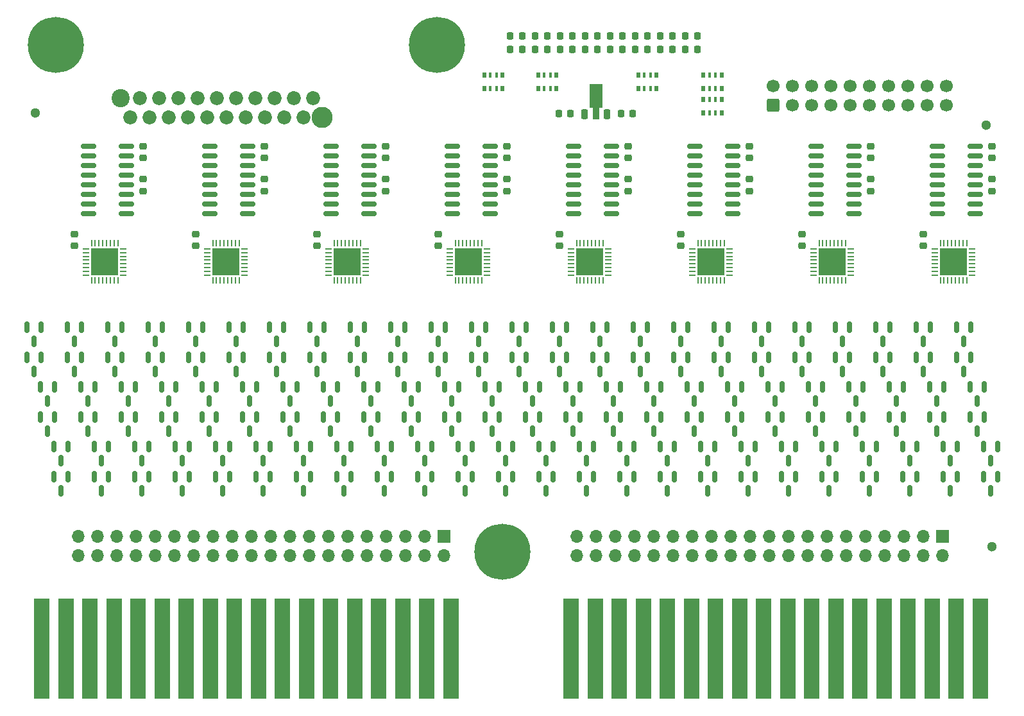
<source format=gts>
G04 #@! TF.GenerationSoftware,KiCad,Pcbnew,8.0.4-rc2*
G04 #@! TF.CreationDate,2024-08-04T20:31:53-05:00*
G04 #@! TF.ProjectId,backplane_tracer_v5,6261636b-706c-4616-9e65-5f7472616365,rev?*
G04 #@! TF.SameCoordinates,Original*
G04 #@! TF.FileFunction,Soldermask,Top*
G04 #@! TF.FilePolarity,Negative*
%FSLAX46Y46*%
G04 Gerber Fmt 4.6, Leading zero omitted, Abs format (unit mm)*
G04 Created by KiCad (PCBNEW 8.0.4-rc2) date 2024-08-04 20:31:53*
%MOMM*%
%LPD*%
G01*
G04 APERTURE LIST*
G04 Aperture macros list*
%AMRoundRect*
0 Rectangle with rounded corners*
0 $1 Rounding radius*
0 $2 $3 $4 $5 $6 $7 $8 $9 X,Y pos of 4 corners*
0 Add a 4 corners polygon primitive as box body*
4,1,4,$2,$3,$4,$5,$6,$7,$8,$9,$2,$3,0*
0 Add four circle primitives for the rounded corners*
1,1,$1+$1,$2,$3*
1,1,$1+$1,$4,$5*
1,1,$1+$1,$6,$7*
1,1,$1+$1,$8,$9*
0 Add four rect primitives between the rounded corners*
20,1,$1+$1,$2,$3,$4,$5,0*
20,1,$1+$1,$4,$5,$6,$7,0*
20,1,$1+$1,$6,$7,$8,$9,0*
20,1,$1+$1,$8,$9,$2,$3,0*%
%AMFreePoly0*
4,1,9,3.862500,-0.866500,0.737500,-0.866500,0.737500,-0.450000,-0.737500,-0.450000,-0.737500,0.450000,0.737500,0.450000,0.737500,0.866500,3.862500,0.866500,3.862500,-0.866500,3.862500,-0.866500,$1*%
G04 Aperture macros list end*
%ADD10RoundRect,0.150000X-0.150000X0.587500X-0.150000X-0.587500X0.150000X-0.587500X0.150000X0.587500X0*%
%ADD11RoundRect,0.225000X0.250000X-0.225000X0.250000X0.225000X-0.250000X0.225000X-0.250000X-0.225000X0*%
%ADD12RoundRect,0.150000X-0.850000X-0.150000X0.850000X-0.150000X0.850000X0.150000X-0.850000X0.150000X0*%
%ADD13C,0.800000*%
%ADD14C,7.400000*%
%ADD15C,1.300000*%
%ADD16RoundRect,0.225000X0.225000X0.250000X-0.225000X0.250000X-0.225000X-0.250000X0.225000X-0.250000X0*%
%ADD17RoundRect,0.218750X-0.218750X-0.256250X0.218750X-0.256250X0.218750X0.256250X-0.218750X0.256250X0*%
%ADD18R,0.500000X0.800000*%
%ADD19R,0.400000X0.800000*%
%ADD20RoundRect,0.062500X-0.337500X-0.062500X0.337500X-0.062500X0.337500X0.062500X-0.337500X0.062500X0*%
%ADD21RoundRect,0.062500X-0.062500X-0.337500X0.062500X-0.337500X0.062500X0.337500X-0.062500X0.337500X0*%
%ADD22R,3.600000X3.600000*%
%ADD23RoundRect,0.225000X-0.250000X0.225000X-0.250000X-0.225000X0.250000X-0.225000X0.250000X0.225000X0*%
%ADD24R,1.700000X1.700000*%
%ADD25O,1.700000X1.700000*%
%ADD26R,2.032000X13.208000*%
%ADD27RoundRect,0.225000X0.225000X-0.425000X0.225000X0.425000X-0.225000X0.425000X-0.225000X-0.425000X0*%
%ADD28FreePoly0,90.000000*%
%ADD29C,2.400000*%
%ADD30C,2.800000*%
%ADD31C,1.850000*%
%ADD32RoundRect,0.225000X-0.225000X-0.250000X0.225000X-0.250000X0.225000X0.250000X-0.225000X0.250000X0*%
%ADD33RoundRect,0.250000X0.600000X-0.600000X0.600000X0.600000X-0.600000X0.600000X-0.600000X-0.600000X0*%
%ADD34C,1.700000*%
G04 APERTURE END LIST*
D10*
X127315000Y-178538900D03*
X125415000Y-178538900D03*
X126365000Y-180413900D03*
X120203000Y-194286900D03*
X118303000Y-194286900D03*
X119253000Y-196161900D03*
X201991000Y-182475900D03*
X200091000Y-182475900D03*
X201041000Y-184350900D03*
D11*
X194081400Y-160541000D03*
X194081400Y-158991000D03*
D12*
X154929200Y-154686000D03*
X154929200Y-155956000D03*
X154929200Y-157226000D03*
X154929200Y-158496000D03*
X154929200Y-159766000D03*
X154929200Y-161036000D03*
X154929200Y-162306000D03*
X154929200Y-163576000D03*
X159929200Y-163576000D03*
X159929200Y-162306000D03*
X159929200Y-161036000D03*
X159929200Y-159766000D03*
X159929200Y-158496000D03*
X159929200Y-157226000D03*
X159929200Y-155956000D03*
X159929200Y-154686000D03*
D13*
X150082200Y-141249400D03*
X150894979Y-139287179D03*
X150894979Y-143211621D03*
X152857200Y-138474400D03*
D14*
X152857200Y-141249400D03*
D13*
X152857200Y-144024400D03*
X154819421Y-139287179D03*
X154819421Y-143211621D03*
X155632200Y-141249400D03*
D10*
X194879000Y-194286900D03*
X192979000Y-194286900D03*
X193929000Y-196161900D03*
X139761000Y-186412900D03*
X137861000Y-186412900D03*
X138811000Y-188287900D03*
X107757000Y-186412900D03*
X105857000Y-186412900D03*
X106807000Y-188287900D03*
X113091000Y-186412900D03*
X111191000Y-186412900D03*
X112141000Y-188287900D03*
D15*
X226110800Y-207492600D03*
D10*
X145095000Y-190349900D03*
X143195000Y-190349900D03*
X144145000Y-192224900D03*
X164653000Y-182475900D03*
X162753000Y-182475900D03*
X163703000Y-184350900D03*
D16*
X170511000Y-150312400D03*
X168961000Y-150312400D03*
D10*
X155763000Y-190349900D03*
X153863000Y-190349900D03*
X154813000Y-192224900D03*
X185989000Y-178538900D03*
X184089000Y-178538900D03*
X185039000Y-180413900D03*
D17*
X182346400Y-141859000D03*
X183921400Y-141859000D03*
D11*
X178079400Y-160541000D03*
X178079400Y-158991000D03*
D17*
X179044400Y-141859000D03*
X180619400Y-141859000D03*
D18*
X179470100Y-147051600D03*
D19*
X180270100Y-147051600D03*
X181070100Y-147051600D03*
D18*
X181870100Y-147051600D03*
X181870100Y-145251600D03*
D19*
X181070100Y-145251600D03*
X180270100Y-145251600D03*
D18*
X179470100Y-145251600D03*
D20*
X154598200Y-168176000D03*
X154598200Y-168676000D03*
X154598200Y-169176000D03*
X154598200Y-169676000D03*
X154598200Y-170176000D03*
X154598200Y-170676000D03*
X154598200Y-171176000D03*
X154598200Y-171676000D03*
D21*
X155298200Y-172376000D03*
X155798200Y-172376000D03*
X156298200Y-172376000D03*
X156798200Y-172376000D03*
X157298200Y-172376000D03*
X157798200Y-172376000D03*
X158298200Y-172376000D03*
X158798200Y-172376000D03*
D20*
X159498200Y-171676000D03*
X159498200Y-171176000D03*
X159498200Y-170676000D03*
X159498200Y-170176000D03*
X159498200Y-169676000D03*
X159498200Y-169176000D03*
X159498200Y-168676000D03*
X159498200Y-168176000D03*
D21*
X158798200Y-167476000D03*
X158298200Y-167476000D03*
X157798200Y-167476000D03*
X157298200Y-167476000D03*
X156798200Y-167476000D03*
X156298200Y-167476000D03*
X155798200Y-167476000D03*
X155298200Y-167476000D03*
D22*
X157048200Y-169926000D03*
D17*
X172440400Y-140081000D03*
X174015400Y-140081000D03*
D20*
X106592200Y-168176000D03*
X106592200Y-168676000D03*
X106592200Y-169176000D03*
X106592200Y-169676000D03*
X106592200Y-170176000D03*
X106592200Y-170676000D03*
X106592200Y-171176000D03*
X106592200Y-171676000D03*
D21*
X107292200Y-172376000D03*
X107792200Y-172376000D03*
X108292200Y-172376000D03*
X108792200Y-172376000D03*
X109292200Y-172376000D03*
X109792200Y-172376000D03*
X110292200Y-172376000D03*
X110792200Y-172376000D03*
D20*
X111492200Y-171676000D03*
X111492200Y-171176000D03*
X111492200Y-170676000D03*
X111492200Y-170176000D03*
X111492200Y-169676000D03*
X111492200Y-169176000D03*
X111492200Y-168676000D03*
X111492200Y-168176000D03*
D21*
X110792200Y-167476000D03*
X110292200Y-167476000D03*
X109792200Y-167476000D03*
X109292200Y-167476000D03*
X108792200Y-167476000D03*
X108292200Y-167476000D03*
X107792200Y-167476000D03*
X107292200Y-167476000D03*
D22*
X109042200Y-169926000D03*
D23*
X146075400Y-154647600D03*
X146075400Y-156197600D03*
D10*
X209103000Y-186412900D03*
X207203000Y-186412900D03*
X208153000Y-188287900D03*
X102423000Y-190349900D03*
X100523000Y-190349900D03*
X101473000Y-192224900D03*
X221549000Y-194286900D03*
X219649000Y-194286900D03*
X220599000Y-196161900D03*
X193101000Y-190349900D03*
X191201000Y-190349900D03*
X192151000Y-192224900D03*
X123759000Y-186412900D03*
X121859000Y-186412900D03*
X122809000Y-188287900D03*
X114869000Y-194286900D03*
X112969000Y-194286900D03*
X113919000Y-196161900D03*
X161097000Y-190349900D03*
X159197000Y-190349900D03*
X160147000Y-192224900D03*
X137983000Y-178538900D03*
X136083000Y-178538900D03*
X137033000Y-180413900D03*
X127315000Y-182475900D03*
X125415000Y-182475900D03*
X126365000Y-184350900D03*
X191323000Y-182475900D03*
X189423000Y-182475900D03*
X190373000Y-184350900D03*
X173543000Y-198223900D03*
X171643000Y-198223900D03*
X172593000Y-200098900D03*
D17*
X169138400Y-141859000D03*
X170713400Y-141859000D03*
D10*
X180655000Y-182475900D03*
X178755000Y-182475900D03*
X179705000Y-184350900D03*
D23*
X162077400Y-154647600D03*
X162077400Y-156197600D03*
D12*
X202935200Y-154686000D03*
X202935200Y-155956000D03*
X202935200Y-157226000D03*
X202935200Y-158496000D03*
X202935200Y-159766000D03*
X202935200Y-161036000D03*
X202935200Y-162306000D03*
X202935200Y-163576000D03*
X207935200Y-163576000D03*
X207935200Y-162306000D03*
X207935200Y-161036000D03*
X207935200Y-159766000D03*
X207935200Y-158496000D03*
X207935200Y-157226000D03*
X207935200Y-155956000D03*
X207935200Y-154686000D03*
D17*
X169138400Y-140081000D03*
X170713400Y-140081000D03*
D10*
X148651000Y-178538900D03*
X146751000Y-178538900D03*
X147701000Y-180413900D03*
X134427000Y-190349900D03*
X132527000Y-190349900D03*
X133477000Y-192224900D03*
X178877000Y-198223900D03*
X176977000Y-198223900D03*
X177927000Y-200098900D03*
X150429000Y-186412900D03*
X148529000Y-186412900D03*
X149479000Y-188287900D03*
X178877000Y-194286900D03*
X176977000Y-194286900D03*
X177927000Y-196161900D03*
D17*
X182346400Y-140081000D03*
X183921400Y-140081000D03*
D10*
X109535000Y-194286900D03*
X107635000Y-194286900D03*
X108585000Y-196161900D03*
D11*
X217093800Y-167805400D03*
X217093800Y-166255400D03*
D24*
X153797000Y-206146400D03*
D25*
X153797000Y-208686400D03*
X151257000Y-206146400D03*
X151257000Y-208686400D03*
X148717000Y-206146400D03*
X148717000Y-208686400D03*
X146177000Y-206146400D03*
X146177000Y-208686400D03*
X143637000Y-206146400D03*
X143637000Y-208686400D03*
X141097000Y-206146400D03*
X141097000Y-208686400D03*
X138557000Y-206146400D03*
X138557000Y-208686400D03*
X136017000Y-206146400D03*
X136017000Y-208686400D03*
X133477000Y-206146400D03*
X133477000Y-208686400D03*
X130937000Y-206146400D03*
X130937000Y-208686400D03*
X128397000Y-206146400D03*
X128397000Y-208686400D03*
X125857000Y-206146400D03*
X125857000Y-208686400D03*
X123317000Y-206146400D03*
X123317000Y-208686400D03*
X120777000Y-206146400D03*
X120777000Y-208686400D03*
X118237000Y-206146400D03*
X118237000Y-208686400D03*
X115697000Y-206146400D03*
X115697000Y-208686400D03*
X113157000Y-206146400D03*
X113157000Y-208686400D03*
X110617000Y-206146400D03*
X110617000Y-208686400D03*
X108077000Y-206146400D03*
X108077000Y-208686400D03*
X105537000Y-206146400D03*
X105537000Y-208686400D03*
D10*
X102423000Y-186412900D03*
X100523000Y-186412900D03*
X101473000Y-188287900D03*
X155763000Y-186412900D03*
X153863000Y-186412900D03*
X154813000Y-188287900D03*
X157541000Y-198223900D03*
X155641000Y-198223900D03*
X156591000Y-200098900D03*
X198435000Y-186412900D03*
X196535000Y-186412900D03*
X197485000Y-188287900D03*
D11*
X162077400Y-160541000D03*
X162077400Y-158991000D03*
D10*
X177099000Y-186412900D03*
X175199000Y-186412900D03*
X176149000Y-188287900D03*
D26*
X224586800Y-220980000D03*
X221411800Y-220980000D03*
X218236800Y-220980000D03*
X215061800Y-220980000D03*
X211886800Y-220980000D03*
X208711800Y-220980000D03*
X205536800Y-220980000D03*
X202361800Y-220980000D03*
X199186800Y-220980000D03*
X196011800Y-220980000D03*
X192836800Y-220980000D03*
X189661800Y-220980000D03*
X186486800Y-220980000D03*
X183311800Y-220980000D03*
X180136800Y-220980000D03*
X176961800Y-220980000D03*
X173786800Y-220980000D03*
X170611800Y-220980000D03*
X154736800Y-220980000D03*
X151561800Y-220980000D03*
X148386800Y-220980000D03*
X145211800Y-220980000D03*
X142036800Y-220980000D03*
X138861800Y-220980000D03*
X135686800Y-220980000D03*
X132511800Y-220980000D03*
X129336800Y-220980000D03*
X126161800Y-220980000D03*
X122986800Y-220980000D03*
X119811800Y-220980000D03*
X116636800Y-220980000D03*
X113461800Y-220980000D03*
X110286800Y-220980000D03*
X107111800Y-220980000D03*
X103936800Y-220980000D03*
X100761800Y-220980000D03*
D10*
X212659000Y-182475900D03*
X210759000Y-182475900D03*
X211709000Y-184350900D03*
X226883000Y-194286900D03*
X224983000Y-194286900D03*
X225933000Y-196161900D03*
X205547000Y-198223900D03*
X203647000Y-198223900D03*
X204597000Y-200098900D03*
D17*
X185648400Y-140081000D03*
X187223400Y-140081000D03*
D10*
X123759000Y-190349900D03*
X121859000Y-190349900D03*
X122809000Y-192224900D03*
D11*
X121081800Y-167805400D03*
X121081800Y-166255400D03*
D10*
X120203000Y-198223900D03*
X118303000Y-198223900D03*
X119253000Y-200098900D03*
X104201000Y-194286900D03*
X102301000Y-194286900D03*
X103251000Y-196161900D03*
X185989000Y-182475900D03*
X184089000Y-182475900D03*
X185039000Y-184350900D03*
X169987000Y-182475900D03*
X168087000Y-182475900D03*
X169037000Y-184350900D03*
X196657000Y-182475900D03*
X194757000Y-182475900D03*
X195707000Y-184350900D03*
X173543000Y-194286900D03*
X171643000Y-194286900D03*
X172593000Y-196161900D03*
X152207000Y-198223900D03*
X150307000Y-198223900D03*
X151257000Y-200098900D03*
X193101000Y-186412900D03*
X191201000Y-186412900D03*
X192151000Y-188287900D03*
D23*
X226085400Y-154647600D03*
X226085400Y-156197600D03*
X210083400Y-154647600D03*
X210083400Y-156197600D03*
D10*
X223327000Y-178538900D03*
X221427000Y-178538900D03*
X222377000Y-180413900D03*
D11*
X146075400Y-160541000D03*
X146075400Y-158991000D03*
D10*
X125537000Y-198223900D03*
X123637000Y-198223900D03*
X124587000Y-200098900D03*
D17*
X162534400Y-141859000D03*
X164109400Y-141859000D03*
D18*
X166262100Y-147051600D03*
D19*
X167062100Y-147051600D03*
X167862100Y-147051600D03*
D18*
X168662100Y-147051600D03*
X168662100Y-145251600D03*
D19*
X167862100Y-145251600D03*
X167062100Y-145251600D03*
D18*
X166262100Y-145251600D03*
D17*
X162534400Y-140081000D03*
X164109400Y-140081000D03*
D10*
X216215000Y-198223900D03*
X214315000Y-198223900D03*
X215265000Y-200098900D03*
X100645000Y-178538900D03*
X98745000Y-178538900D03*
X99695000Y-180413900D03*
X153985000Y-182475900D03*
X152085000Y-182475900D03*
X153035000Y-184350900D03*
X113091000Y-190349900D03*
X111191000Y-190349900D03*
X112141000Y-192224900D03*
X168209000Y-194286900D03*
X166309000Y-194286900D03*
X167259000Y-196161900D03*
X132649000Y-182475900D03*
X130749000Y-182475900D03*
X131699000Y-184350900D03*
D17*
X175742400Y-141859000D03*
X177317400Y-141859000D03*
D10*
X111313000Y-182475900D03*
X109413000Y-182475900D03*
X110363000Y-184350900D03*
X225105000Y-186412900D03*
X223205000Y-186412900D03*
X224155000Y-188287900D03*
X217993000Y-182475900D03*
X216093000Y-182475900D03*
X217043000Y-184350900D03*
D18*
X159124700Y-147051600D03*
D19*
X159924700Y-147051600D03*
X160724700Y-147051600D03*
D18*
X161524700Y-147051600D03*
X161524700Y-145251600D03*
D19*
X160724700Y-145251600D03*
X159924700Y-145251600D03*
D18*
X159124700Y-145251600D03*
D11*
X201091800Y-167805400D03*
X201091800Y-166255400D03*
D10*
X187767000Y-190349900D03*
X185867000Y-190349900D03*
X186817000Y-192224900D03*
X191323000Y-178538900D03*
X189423000Y-178538900D03*
X190373000Y-180413900D03*
D17*
X179044400Y-140081000D03*
X180619400Y-140081000D03*
D27*
X172362900Y-150438400D03*
D28*
X173862900Y-150350900D03*
D27*
X175362900Y-150438400D03*
D10*
X146873000Y-198223900D03*
X144973000Y-198223900D03*
X145923000Y-200098900D03*
X111313000Y-178538900D03*
X109413000Y-178538900D03*
X110363000Y-180413900D03*
X219771000Y-186412900D03*
X217871000Y-186412900D03*
X218821000Y-188287900D03*
X105979000Y-182475900D03*
X104079000Y-182475900D03*
X105029000Y-184350900D03*
X100645000Y-182475900D03*
X98745000Y-182475900D03*
X99695000Y-184350900D03*
X214437000Y-190349900D03*
X212537000Y-190349900D03*
X213487000Y-192224900D03*
X130871000Y-198223900D03*
X128971000Y-198223900D03*
X129921000Y-200098900D03*
X184211000Y-194286900D03*
X182311000Y-194286900D03*
X183261000Y-196161900D03*
X139761000Y-190349900D03*
X137861000Y-190349900D03*
X138811000Y-192224900D03*
X187767000Y-186412900D03*
X185867000Y-186412900D03*
X186817000Y-188287900D03*
X130871000Y-194286900D03*
X128971000Y-194286900D03*
X129921000Y-196161900D03*
X201991000Y-178538900D03*
X200091000Y-178538900D03*
X201041000Y-180413900D03*
X210881000Y-198223900D03*
X208981000Y-198223900D03*
X209931000Y-200098900D03*
X177099000Y-190349900D03*
X175199000Y-190349900D03*
X176149000Y-192224900D03*
X171765000Y-190349900D03*
X169865000Y-190349900D03*
X170815000Y-192224900D03*
X182433000Y-186412900D03*
X180533000Y-186412900D03*
X181483000Y-188287900D03*
D15*
X99847400Y-150266400D03*
D13*
X158743600Y-208153000D03*
X159556379Y-206190779D03*
X159556379Y-210115221D03*
X161518600Y-205378000D03*
D14*
X161518600Y-208153000D03*
D13*
X161518600Y-210928000D03*
X163480821Y-206190779D03*
X163480821Y-210115221D03*
X164293600Y-208153000D03*
D11*
X210083400Y-160541000D03*
X210083400Y-158991000D03*
D10*
X134427000Y-186412900D03*
X132527000Y-186412900D03*
X133477000Y-188287900D03*
D12*
X186933200Y-154686000D03*
X186933200Y-155956000D03*
X186933200Y-157226000D03*
X186933200Y-158496000D03*
X186933200Y-159766000D03*
X186933200Y-161036000D03*
X186933200Y-162306000D03*
X186933200Y-163576000D03*
X191933200Y-163576000D03*
X191933200Y-162306000D03*
X191933200Y-161036000D03*
X191933200Y-159766000D03*
X191933200Y-158496000D03*
X191933200Y-157226000D03*
X191933200Y-155956000D03*
X191933200Y-154686000D03*
X170931200Y-154686000D03*
X170931200Y-155956000D03*
X170931200Y-157226000D03*
X170931200Y-158496000D03*
X170931200Y-159766000D03*
X170931200Y-161036000D03*
X170931200Y-162306000D03*
X170931200Y-163576000D03*
X175931200Y-163576000D03*
X175931200Y-162306000D03*
X175931200Y-161036000D03*
X175931200Y-159766000D03*
X175931200Y-158496000D03*
X175931200Y-157226000D03*
X175931200Y-155956000D03*
X175931200Y-154686000D03*
D11*
X114071400Y-160541000D03*
X114071400Y-158991000D03*
D20*
X138596200Y-168176000D03*
X138596200Y-168676000D03*
X138596200Y-169176000D03*
X138596200Y-169676000D03*
X138596200Y-170176000D03*
X138596200Y-170676000D03*
X138596200Y-171176000D03*
X138596200Y-171676000D03*
D21*
X139296200Y-172376000D03*
X139796200Y-172376000D03*
X140296200Y-172376000D03*
X140796200Y-172376000D03*
X141296200Y-172376000D03*
X141796200Y-172376000D03*
X142296200Y-172376000D03*
X142796200Y-172376000D03*
D20*
X143496200Y-171676000D03*
X143496200Y-171176000D03*
X143496200Y-170676000D03*
X143496200Y-170176000D03*
X143496200Y-169676000D03*
X143496200Y-169176000D03*
X143496200Y-168676000D03*
X143496200Y-168176000D03*
D21*
X142796200Y-167476000D03*
X142296200Y-167476000D03*
X141796200Y-167476000D03*
X141296200Y-167476000D03*
X140796200Y-167476000D03*
X140296200Y-167476000D03*
X139796200Y-167476000D03*
X139296200Y-167476000D03*
D22*
X141046200Y-169926000D03*
D10*
X182433000Y-190349900D03*
X180533000Y-190349900D03*
X181483000Y-192224900D03*
D13*
X99790200Y-141249400D03*
X100602979Y-139287179D03*
X100602979Y-143211621D03*
X102565200Y-138474400D03*
D14*
X102565200Y-141249400D03*
D13*
X102565200Y-144024400D03*
X104527421Y-139287179D03*
X104527421Y-143211621D03*
X105340200Y-141249400D03*
D10*
X207325000Y-178538900D03*
X205425000Y-178538900D03*
X206375000Y-180413900D03*
D23*
X130073400Y-154647600D03*
X130073400Y-156197600D03*
D10*
X116647000Y-182475900D03*
X114747000Y-182475900D03*
X115697000Y-184350900D03*
X207325000Y-182475900D03*
X205425000Y-182475900D03*
X206375000Y-184350900D03*
X223327000Y-182475900D03*
X221427000Y-182475900D03*
X222377000Y-184350900D03*
X157541000Y-194286900D03*
X155641000Y-194286900D03*
X156591000Y-196161900D03*
X219771000Y-190349900D03*
X217871000Y-190349900D03*
X218821000Y-192224900D03*
D12*
X138927200Y-154686000D03*
X138927200Y-155956000D03*
X138927200Y-157226000D03*
X138927200Y-158496000D03*
X138927200Y-159766000D03*
X138927200Y-161036000D03*
X138927200Y-162306000D03*
X138927200Y-163576000D03*
X143927200Y-163576000D03*
X143927200Y-162306000D03*
X143927200Y-161036000D03*
X143927200Y-159766000D03*
X143927200Y-158496000D03*
X143927200Y-157226000D03*
X143927200Y-155956000D03*
X143927200Y-154686000D03*
D10*
X200213000Y-194286900D03*
X198313000Y-194286900D03*
X199263000Y-196161900D03*
X143317000Y-178538900D03*
X141417000Y-178538900D03*
X142367000Y-180413900D03*
X226883000Y-198223900D03*
X224983000Y-198223900D03*
X225933000Y-200098900D03*
X194879000Y-198223900D03*
X192979000Y-198223900D03*
X193929000Y-200098900D03*
D24*
X219583000Y-206146400D03*
D25*
X219583000Y-208686400D03*
X217043000Y-206146400D03*
X217043000Y-208686400D03*
X214503000Y-206146400D03*
X214503000Y-208686400D03*
X211963000Y-206146400D03*
X211963000Y-208686400D03*
X209423000Y-206146400D03*
X209423000Y-208686400D03*
X206883000Y-206146400D03*
X206883000Y-208686400D03*
X204343000Y-206146400D03*
X204343000Y-208686400D03*
X201803000Y-206146400D03*
X201803000Y-208686400D03*
X199263000Y-206146400D03*
X199263000Y-208686400D03*
X196723000Y-206146400D03*
X196723000Y-208686400D03*
X194183000Y-206146400D03*
X194183000Y-208686400D03*
X191643000Y-206146400D03*
X191643000Y-208686400D03*
X189103000Y-206146400D03*
X189103000Y-208686400D03*
X186563000Y-206146400D03*
X186563000Y-208686400D03*
X184023000Y-206146400D03*
X184023000Y-208686400D03*
X181483000Y-206146400D03*
X181483000Y-208686400D03*
X178943000Y-206146400D03*
X178943000Y-208686400D03*
X176403000Y-206146400D03*
X176403000Y-208686400D03*
X173863000Y-206146400D03*
X173863000Y-208686400D03*
X171323000Y-206146400D03*
X171323000Y-208686400D03*
D10*
X145095000Y-186412900D03*
X143195000Y-186412900D03*
X144145000Y-188287900D03*
X148651000Y-182475900D03*
X146751000Y-182475900D03*
X147701000Y-184350900D03*
X171765000Y-186412900D03*
X169865000Y-186412900D03*
X170815000Y-188287900D03*
X118425000Y-186412900D03*
X116525000Y-186412900D03*
X117475000Y-188287900D03*
D18*
X190455400Y-148452000D03*
D19*
X189655400Y-148452000D03*
X188855400Y-148452000D03*
D18*
X188055400Y-148452000D03*
X188055400Y-150252000D03*
D19*
X188855400Y-150252000D03*
X189655400Y-150252000D03*
D18*
X190455400Y-150252000D03*
D10*
X105979000Y-178538900D03*
X104079000Y-178538900D03*
X105029000Y-180413900D03*
D17*
X185648400Y-141859000D03*
X187223400Y-141859000D03*
D10*
X214437000Y-186412900D03*
X212537000Y-186412900D03*
X213487000Y-188287900D03*
X109535000Y-198223900D03*
X107635000Y-198223900D03*
X108585000Y-200098900D03*
D11*
X105079800Y-167805400D03*
X105079800Y-166255400D03*
X169087800Y-167805400D03*
X169087800Y-166255400D03*
D20*
X218606200Y-168176000D03*
X218606200Y-168676000D03*
X218606200Y-169176000D03*
X218606200Y-169676000D03*
X218606200Y-170176000D03*
X218606200Y-170676000D03*
X218606200Y-171176000D03*
X218606200Y-171676000D03*
D21*
X219306200Y-172376000D03*
X219806200Y-172376000D03*
X220306200Y-172376000D03*
X220806200Y-172376000D03*
X221306200Y-172376000D03*
X221806200Y-172376000D03*
X222306200Y-172376000D03*
X222806200Y-172376000D03*
D20*
X223506200Y-171676000D03*
X223506200Y-171176000D03*
X223506200Y-170676000D03*
X223506200Y-170176000D03*
X223506200Y-169676000D03*
X223506200Y-169176000D03*
X223506200Y-168676000D03*
X223506200Y-168176000D03*
D21*
X222806200Y-167476000D03*
X222306200Y-167476000D03*
X221806200Y-167476000D03*
X221306200Y-167476000D03*
X220806200Y-167476000D03*
X220306200Y-167476000D03*
X219806200Y-167476000D03*
X219306200Y-167476000D03*
D22*
X221056200Y-169926000D03*
D10*
X162875000Y-194286900D03*
X160975000Y-194286900D03*
X161925000Y-196161900D03*
D12*
X218937200Y-154686000D03*
X218937200Y-155956000D03*
X218937200Y-157226000D03*
X218937200Y-158496000D03*
X218937200Y-159766000D03*
X218937200Y-161036000D03*
X218937200Y-162306000D03*
X218937200Y-163576000D03*
X223937200Y-163576000D03*
X223937200Y-162306000D03*
X223937200Y-161036000D03*
X223937200Y-159766000D03*
X223937200Y-158496000D03*
X223937200Y-157226000D03*
X223937200Y-155956000D03*
X223937200Y-154686000D03*
D10*
X141539000Y-198223900D03*
X139639000Y-198223900D03*
X140589000Y-200098900D03*
X212659000Y-178538900D03*
X210759000Y-178538900D03*
X211709000Y-180413900D03*
D17*
X165836400Y-140081000D03*
X167411400Y-140081000D03*
D10*
X210881000Y-194286900D03*
X208981000Y-194286900D03*
X209931000Y-196161900D03*
X136205000Y-194286900D03*
X134305000Y-194286900D03*
X135255000Y-196161900D03*
D17*
X175742400Y-140081000D03*
X177317400Y-140081000D03*
D11*
X226085400Y-160541000D03*
X226085400Y-158991000D03*
D10*
X189545000Y-198223900D03*
X187645000Y-198223900D03*
X188595000Y-200098900D03*
X203769000Y-186412900D03*
X201869000Y-186412900D03*
X202819000Y-188287900D03*
D29*
X111165000Y-148336000D03*
D30*
X137755000Y-150876000D03*
D31*
X136525000Y-148336000D03*
X135255000Y-150876000D03*
X133985000Y-148336000D03*
X132715000Y-150876000D03*
X131445000Y-148336000D03*
X130175000Y-150876000D03*
X128905000Y-148336000D03*
X127635000Y-150876000D03*
X126365000Y-148336000D03*
X125095000Y-150876000D03*
X123825000Y-148336000D03*
X122555000Y-150876000D03*
X121285000Y-148336000D03*
X120015000Y-150876000D03*
X118745000Y-148336000D03*
X117475000Y-150876000D03*
X116205000Y-148336000D03*
X114935000Y-150876000D03*
X113665000Y-148336000D03*
X112395000Y-150876000D03*
D32*
X177190600Y-150312400D03*
X178740600Y-150312400D03*
D10*
X141539000Y-194286900D03*
X139639000Y-194286900D03*
X140589000Y-196161900D03*
X166431000Y-190349900D03*
X164531000Y-190349900D03*
X165481000Y-192224900D03*
D23*
X178079400Y-154647600D03*
X178079400Y-156197600D03*
D10*
X152207000Y-194286900D03*
X150307000Y-194286900D03*
X151257000Y-196161900D03*
X221549000Y-198223900D03*
X219649000Y-198223900D03*
X220599000Y-200098900D03*
X107757000Y-190349900D03*
X105857000Y-190349900D03*
X106807000Y-192224900D03*
X200213000Y-198223900D03*
X198313000Y-198223900D03*
X199263000Y-200098900D03*
X136205000Y-198223900D03*
X134305000Y-198223900D03*
X135255000Y-200098900D03*
D20*
X170600200Y-168176000D03*
X170600200Y-168676000D03*
X170600200Y-169176000D03*
X170600200Y-169676000D03*
X170600200Y-170176000D03*
X170600200Y-170676000D03*
X170600200Y-171176000D03*
X170600200Y-171676000D03*
D21*
X171300200Y-172376000D03*
X171800200Y-172376000D03*
X172300200Y-172376000D03*
X172800200Y-172376000D03*
X173300200Y-172376000D03*
X173800200Y-172376000D03*
X174300200Y-172376000D03*
X174800200Y-172376000D03*
D20*
X175500200Y-171676000D03*
X175500200Y-171176000D03*
X175500200Y-170676000D03*
X175500200Y-170176000D03*
X175500200Y-169676000D03*
X175500200Y-169176000D03*
X175500200Y-168676000D03*
X175500200Y-168176000D03*
D21*
X174800200Y-167476000D03*
X174300200Y-167476000D03*
X173800200Y-167476000D03*
X173300200Y-167476000D03*
X172800200Y-167476000D03*
X172300200Y-167476000D03*
X171800200Y-167476000D03*
X171300200Y-167476000D03*
D22*
X173050200Y-169926000D03*
D10*
X175321000Y-178538900D03*
X173421000Y-178538900D03*
X174371000Y-180413900D03*
X121981000Y-182475900D03*
X120081000Y-182475900D03*
X121031000Y-184350900D03*
X198435000Y-190349900D03*
X196535000Y-190349900D03*
X197485000Y-192224900D03*
X164653000Y-178538900D03*
X162753000Y-178538900D03*
X163703000Y-180413900D03*
D11*
X153085800Y-167805400D03*
X153085800Y-166255400D03*
D12*
X122925200Y-154686000D03*
X122925200Y-155956000D03*
X122925200Y-157226000D03*
X122925200Y-158496000D03*
X122925200Y-159766000D03*
X122925200Y-161036000D03*
X122925200Y-162306000D03*
X122925200Y-163576000D03*
X127925200Y-163576000D03*
X127925200Y-162306000D03*
X127925200Y-161036000D03*
X127925200Y-159766000D03*
X127925200Y-158496000D03*
X127925200Y-157226000D03*
X127925200Y-155956000D03*
X127925200Y-154686000D03*
D10*
X180655000Y-178538900D03*
X178755000Y-178538900D03*
X179705000Y-180413900D03*
X189545000Y-194286900D03*
X187645000Y-194286900D03*
X188595000Y-196161900D03*
X168209000Y-198223900D03*
X166309000Y-198223900D03*
X167259000Y-200098900D03*
X162875000Y-198223900D03*
X160975000Y-198223900D03*
X161925000Y-200098900D03*
X104201000Y-198223900D03*
X102301000Y-198223900D03*
X103251000Y-200098900D03*
D11*
X185089800Y-167805400D03*
X185089800Y-166255400D03*
D10*
X132649000Y-178538900D03*
X130749000Y-178538900D03*
X131699000Y-180413900D03*
X203769000Y-190349900D03*
X201869000Y-190349900D03*
X202819000Y-192224900D03*
D33*
X197231000Y-149258300D03*
D34*
X197231000Y-146718300D03*
X199771000Y-149258300D03*
X199771000Y-146718300D03*
X202311000Y-149258300D03*
X202311000Y-146718300D03*
X204851000Y-149258300D03*
X204851000Y-146718300D03*
X207391000Y-149258300D03*
X207391000Y-146718300D03*
X209931000Y-149258300D03*
X209931000Y-146718300D03*
X212471000Y-149258300D03*
X212471000Y-146718300D03*
X215011000Y-149258300D03*
X215011000Y-146718300D03*
X217551000Y-149258300D03*
X217551000Y-146718300D03*
X220091000Y-149258300D03*
X220091000Y-146718300D03*
D10*
X216215000Y-194286900D03*
X214315000Y-194286900D03*
X215265000Y-196161900D03*
D15*
X225399600Y-151841200D03*
D10*
X129093000Y-190349900D03*
X127193000Y-190349900D03*
X128143000Y-192224900D03*
D11*
X137083800Y-167805400D03*
X137083800Y-166255400D03*
D10*
X166431000Y-186412900D03*
X164531000Y-186412900D03*
X165481000Y-188287900D03*
D18*
X188055300Y-147051600D03*
D19*
X188855300Y-147051600D03*
X189655300Y-147051600D03*
D18*
X190455300Y-147051600D03*
X190455300Y-145251600D03*
D19*
X189655300Y-145251600D03*
X188855300Y-145251600D03*
D18*
X188055300Y-145251600D03*
D10*
X146873000Y-194286900D03*
X144973000Y-194286900D03*
X145923000Y-196161900D03*
X217993000Y-178538900D03*
X216093000Y-178538900D03*
X217043000Y-180413900D03*
D20*
X186602200Y-168176000D03*
X186602200Y-168676000D03*
X186602200Y-169176000D03*
X186602200Y-169676000D03*
X186602200Y-170176000D03*
X186602200Y-170676000D03*
X186602200Y-171176000D03*
X186602200Y-171676000D03*
D21*
X187302200Y-172376000D03*
X187802200Y-172376000D03*
X188302200Y-172376000D03*
X188802200Y-172376000D03*
X189302200Y-172376000D03*
X189802200Y-172376000D03*
X190302200Y-172376000D03*
X190802200Y-172376000D03*
D20*
X191502200Y-171676000D03*
X191502200Y-171176000D03*
X191502200Y-170676000D03*
X191502200Y-170176000D03*
X191502200Y-169676000D03*
X191502200Y-169176000D03*
X191502200Y-168676000D03*
X191502200Y-168176000D03*
D21*
X190802200Y-167476000D03*
X190302200Y-167476000D03*
X189802200Y-167476000D03*
X189302200Y-167476000D03*
X188802200Y-167476000D03*
X188302200Y-167476000D03*
X187802200Y-167476000D03*
X187302200Y-167476000D03*
D22*
X189052200Y-169926000D03*
D10*
X225105000Y-190349900D03*
X223205000Y-190349900D03*
X224155000Y-192224900D03*
X125537000Y-194286900D03*
X123637000Y-194286900D03*
X124587000Y-196161900D03*
X150429000Y-190349900D03*
X148529000Y-190349900D03*
X149479000Y-192224900D03*
X196657000Y-178538900D03*
X194757000Y-178538900D03*
X195707000Y-180413900D03*
X137983000Y-182475900D03*
X136083000Y-182475900D03*
X137033000Y-184350900D03*
X159319000Y-182475900D03*
X157419000Y-182475900D03*
X158369000Y-184350900D03*
D20*
X122594200Y-168176000D03*
X122594200Y-168676000D03*
X122594200Y-169176000D03*
X122594200Y-169676000D03*
X122594200Y-170176000D03*
X122594200Y-170676000D03*
X122594200Y-171176000D03*
X122594200Y-171676000D03*
D21*
X123294200Y-172376000D03*
X123794200Y-172376000D03*
X124294200Y-172376000D03*
X124794200Y-172376000D03*
X125294200Y-172376000D03*
X125794200Y-172376000D03*
X126294200Y-172376000D03*
X126794200Y-172376000D03*
D20*
X127494200Y-171676000D03*
X127494200Y-171176000D03*
X127494200Y-170676000D03*
X127494200Y-170176000D03*
X127494200Y-169676000D03*
X127494200Y-169176000D03*
X127494200Y-168676000D03*
X127494200Y-168176000D03*
D21*
X126794200Y-167476000D03*
X126294200Y-167476000D03*
X125794200Y-167476000D03*
X125294200Y-167476000D03*
X124794200Y-167476000D03*
X124294200Y-167476000D03*
X123794200Y-167476000D03*
X123294200Y-167476000D03*
D22*
X125044200Y-169926000D03*
D17*
X165836400Y-141859000D03*
X167411400Y-141859000D03*
D10*
X118425000Y-190349900D03*
X116525000Y-190349900D03*
X117475000Y-192224900D03*
X169987000Y-178538900D03*
X168087000Y-178538900D03*
X169037000Y-180413900D03*
X114869000Y-198223900D03*
X112969000Y-198223900D03*
X113919000Y-200098900D03*
D11*
X130073400Y-160541000D03*
X130073400Y-158991000D03*
D10*
X159319000Y-178538900D03*
X157419000Y-178538900D03*
X158369000Y-180413900D03*
D17*
X172440400Y-141859000D03*
X174015400Y-141859000D03*
D10*
X205547000Y-194286900D03*
X203647000Y-194286900D03*
X204597000Y-196161900D03*
D12*
X106923200Y-154686000D03*
X106923200Y-155956000D03*
X106923200Y-157226000D03*
X106923200Y-158496000D03*
X106923200Y-159766000D03*
X106923200Y-161036000D03*
X106923200Y-162306000D03*
X106923200Y-163576000D03*
X111923200Y-163576000D03*
X111923200Y-162306000D03*
X111923200Y-161036000D03*
X111923200Y-159766000D03*
X111923200Y-158496000D03*
X111923200Y-157226000D03*
X111923200Y-155956000D03*
X111923200Y-154686000D03*
D10*
X143317000Y-182475900D03*
X141417000Y-182475900D03*
X142367000Y-184350900D03*
D23*
X194081400Y-154647600D03*
X194081400Y-156197600D03*
X114071400Y-154647600D03*
X114071400Y-156197600D03*
D10*
X116647000Y-178538900D03*
X114747000Y-178538900D03*
X115697000Y-180413900D03*
X153985000Y-178538900D03*
X152085000Y-178538900D03*
X153035000Y-180413900D03*
D20*
X202604200Y-168176000D03*
X202604200Y-168676000D03*
X202604200Y-169176000D03*
X202604200Y-169676000D03*
X202604200Y-170176000D03*
X202604200Y-170676000D03*
X202604200Y-171176000D03*
X202604200Y-171676000D03*
D21*
X203304200Y-172376000D03*
X203804200Y-172376000D03*
X204304200Y-172376000D03*
X204804200Y-172376000D03*
X205304200Y-172376000D03*
X205804200Y-172376000D03*
X206304200Y-172376000D03*
X206804200Y-172376000D03*
D20*
X207504200Y-171676000D03*
X207504200Y-171176000D03*
X207504200Y-170676000D03*
X207504200Y-170176000D03*
X207504200Y-169676000D03*
X207504200Y-169176000D03*
X207504200Y-168676000D03*
X207504200Y-168176000D03*
D21*
X206804200Y-167476000D03*
X206304200Y-167476000D03*
X205804200Y-167476000D03*
X205304200Y-167476000D03*
X204804200Y-167476000D03*
X204304200Y-167476000D03*
X203804200Y-167476000D03*
X203304200Y-167476000D03*
D22*
X205054200Y-169926000D03*
D10*
X161097000Y-186412900D03*
X159197000Y-186412900D03*
X160147000Y-188287900D03*
X175321000Y-182475900D03*
X173421000Y-182475900D03*
X174371000Y-184350900D03*
X184211000Y-198223900D03*
X182311000Y-198223900D03*
X183261000Y-200098900D03*
X209103000Y-190349900D03*
X207203000Y-190349900D03*
X208153000Y-192224900D03*
X129093000Y-186412900D03*
X127193000Y-186412900D03*
X128143000Y-188287900D03*
X121981000Y-178538900D03*
X120081000Y-178538900D03*
X121031000Y-180413900D03*
M02*

</source>
